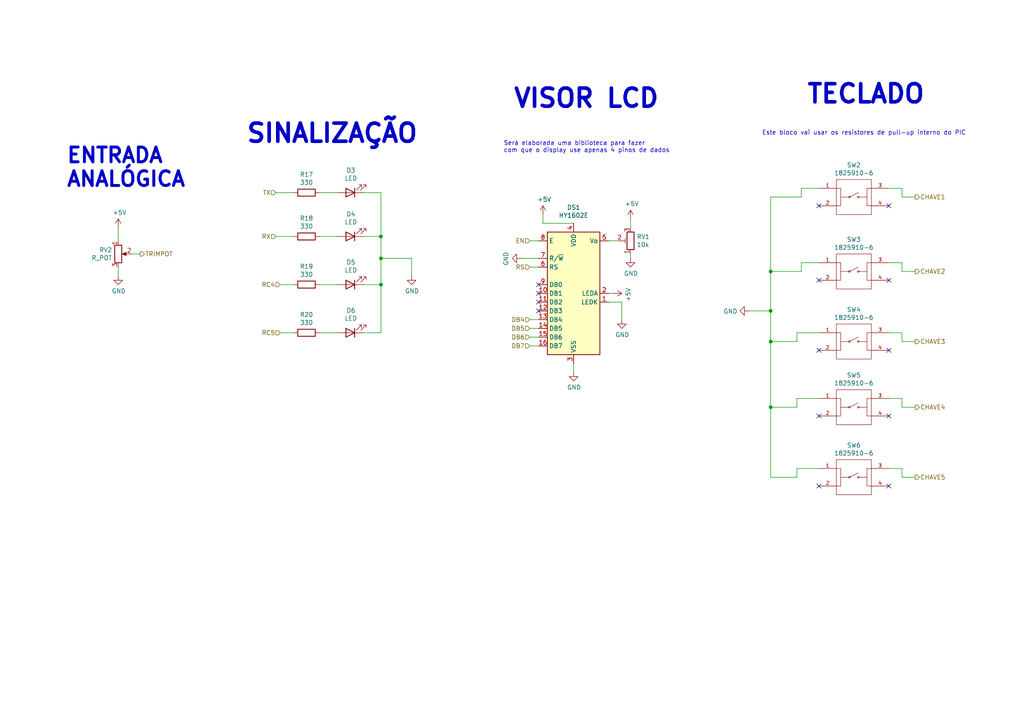
<source format=kicad_sch>
(kicad_sch (version 20230121) (generator eeschema)

  (uuid 8add83fb-fa6a-4c74-a791-30b8a06ef2ec)

  (paper "A4")

  (lib_symbols
    (symbol "Chave_1825910-6:1825910-6" (pin_names (offset 1.016) hide) (in_bom yes) (on_board yes)
      (property "Reference" "SW" (at -5.08 5.842 0)
        (effects (font (size 1.27 1.27)) (justify left bottom))
      )
      (property "Value" "1825910-6" (at -5.08 -7.62 0)
        (effects (font (size 1.27 1.27)) (justify left bottom))
      )
      (property "Footprint" "SW_1825910-6-4" (at 0 0 0)
        (effects (font (size 1.27 1.27)) (justify left bottom) hide)
      )
      (property "Datasheet" "" (at 0 0 0)
        (effects (font (size 1.27 1.27)) (justify left bottom) hide)
      )
      (property "EU_RoHS_Compliance" "Compliant" (at 0 0 0)
        (effects (font (size 1.27 1.27)) (justify left bottom) hide)
      )
      (property "Configuration_Pole-Throw" "Single Pole - Single Throw" (at 0 0 0)
        (effects (font (size 1.27 1.27)) (justify left bottom) hide)
      )
      (property "Contact_Current_Rating" "50 mA" (at 0 0 0)
        (effects (font (size 1.27 1.27)) (justify left bottom) hide)
      )
      (property "Comment" "1825910-6" (at 0 0 0)
        (effects (font (size 1.27 1.27)) (justify left bottom) hide)
      )
      (property "ki_locked" "" (at 0 0 0)
        (effects (font (size 1.27 1.27)))
      )
      (symbol "1825910-6_0_0"
        (circle (center -1.27 0) (radius 0.254)
          (stroke (width 0.127) (type solid))
          (fill (type none))
        )
        (polyline
          (pts
            (xy -5.08 -5.08)
            (xy 5.08 -5.08)
          )
          (stroke (width 0.127) (type solid))
          (fill (type none))
        )
        (polyline
          (pts
            (xy -5.08 -2.54)
            (xy -5.08 -5.08)
          )
          (stroke (width 0.127) (type solid))
          (fill (type none))
        )
        (polyline
          (pts
            (xy -5.08 2.54)
            (xy -5.08 -2.54)
          )
          (stroke (width 0.127) (type solid))
          (fill (type none))
        )
        (polyline
          (pts
            (xy -5.08 2.54)
            (xy -3.81 2.54)
          )
          (stroke (width 0.127) (type solid))
          (fill (type none))
        )
        (polyline
          (pts
            (xy -5.08 5.08)
            (xy -5.08 2.54)
          )
          (stroke (width 0.127) (type solid))
          (fill (type none))
        )
        (polyline
          (pts
            (xy -5.08 5.08)
            (xy 5.08 5.08)
          )
          (stroke (width 0.127) (type solid))
          (fill (type none))
        )
        (polyline
          (pts
            (xy -3.81 -2.54)
            (xy -5.08 -2.54)
          )
          (stroke (width 0.127) (type solid))
          (fill (type none))
        )
        (polyline
          (pts
            (xy -3.81 0)
            (xy -3.81 -2.54)
          )
          (stroke (width 0.127) (type solid))
          (fill (type none))
        )
        (polyline
          (pts
            (xy -3.81 0)
            (xy -1.27 0)
          )
          (stroke (width 0.127) (type solid))
          (fill (type none))
        )
        (polyline
          (pts
            (xy -3.81 2.54)
            (xy -3.81 0)
          )
          (stroke (width 0.127) (type solid))
          (fill (type none))
        )
        (polyline
          (pts
            (xy -1.27 0)
            (xy 1.27 1.27)
          )
          (stroke (width 0.127) (type solid))
          (fill (type none))
        )
        (polyline
          (pts
            (xy 1.27 0)
            (xy 3.81 0)
          )
          (stroke (width 0.127) (type solid))
          (fill (type none))
        )
        (polyline
          (pts
            (xy 3.81 -2.54)
            (xy 5.08 -2.54)
          )
          (stroke (width 0.127) (type solid))
          (fill (type none))
        )
        (polyline
          (pts
            (xy 3.81 0)
            (xy 3.81 -2.54)
          )
          (stroke (width 0.127) (type solid))
          (fill (type none))
        )
        (polyline
          (pts
            (xy 3.81 0)
            (xy 3.81 2.54)
          )
          (stroke (width 0.127) (type solid))
          (fill (type none))
        )
        (polyline
          (pts
            (xy 3.81 2.54)
            (xy 5.08 2.54)
          )
          (stroke (width 0.127) (type solid))
          (fill (type none))
        )
        (polyline
          (pts
            (xy 5.08 -2.54)
            (xy 5.08 -5.08)
          )
          (stroke (width 0.127) (type solid))
          (fill (type none))
        )
        (polyline
          (pts
            (xy 5.08 2.54)
            (xy 5.08 -2.54)
          )
          (stroke (width 0.127) (type solid))
          (fill (type none))
        )
        (polyline
          (pts
            (xy 5.08 5.08)
            (xy 5.08 2.54)
          )
          (stroke (width 0.127) (type solid))
          (fill (type none))
        )
        (circle (center 1.27 0) (radius 0.254)
          (stroke (width 0.127) (type solid))
          (fill (type none))
        )
        (pin passive line (at -10.16 2.54 0) (length 5.08)
          (name "~" (effects (font (size 1.016 1.016))))
          (number "1" (effects (font (size 1.016 1.016))))
        )
        (pin passive line (at -10.16 -2.54 0) (length 5.08)
          (name "~" (effects (font (size 1.016 1.016))))
          (number "2" (effects (font (size 1.016 1.016))))
        )
        (pin passive line (at 10.16 2.54 180) (length 5.08)
          (name "~" (effects (font (size 1.016 1.016))))
          (number "3" (effects (font (size 1.016 1.016))))
        )
        (pin passive line (at 10.16 -2.54 180) (length 5.08)
          (name "~" (effects (font (size 1.016 1.016))))
          (number "4" (effects (font (size 1.016 1.016))))
        )
      )
    )
    (symbol "Device:LED" (pin_numbers hide) (pin_names (offset 1.016) hide) (in_bom yes) (on_board yes)
      (property "Reference" "D" (at 0 2.54 0)
        (effects (font (size 1.27 1.27)))
      )
      (property "Value" "LED" (at 0 -2.54 0)
        (effects (font (size 1.27 1.27)))
      )
      (property "Footprint" "" (at 0 0 0)
        (effects (font (size 1.27 1.27)) hide)
      )
      (property "Datasheet" "~" (at 0 0 0)
        (effects (font (size 1.27 1.27)) hide)
      )
      (property "ki_keywords" "LED diode" (at 0 0 0)
        (effects (font (size 1.27 1.27)) hide)
      )
      (property "ki_description" "Light emitting diode" (at 0 0 0)
        (effects (font (size 1.27 1.27)) hide)
      )
      (property "ki_fp_filters" "LED* LED_SMD:* LED_THT:*" (at 0 0 0)
        (effects (font (size 1.27 1.27)) hide)
      )
      (symbol "LED_0_1"
        (polyline
          (pts
            (xy -1.27 -1.27)
            (xy -1.27 1.27)
          )
          (stroke (width 0.254) (type default))
          (fill (type none))
        )
        (polyline
          (pts
            (xy -1.27 0)
            (xy 1.27 0)
          )
          (stroke (width 0) (type default))
          (fill (type none))
        )
        (polyline
          (pts
            (xy 1.27 -1.27)
            (xy 1.27 1.27)
            (xy -1.27 0)
            (xy 1.27 -1.27)
          )
          (stroke (width 0.254) (type default))
          (fill (type none))
        )
        (polyline
          (pts
            (xy -3.048 -0.762)
            (xy -4.572 -2.286)
            (xy -3.81 -2.286)
            (xy -4.572 -2.286)
            (xy -4.572 -1.524)
          )
          (stroke (width 0) (type default))
          (fill (type none))
        )
        (polyline
          (pts
            (xy -1.778 -0.762)
            (xy -3.302 -2.286)
            (xy -2.54 -2.286)
            (xy -3.302 -2.286)
            (xy -3.302 -1.524)
          )
          (stroke (width 0) (type default))
          (fill (type none))
        )
      )
      (symbol "LED_1_1"
        (pin passive line (at -3.81 0 0) (length 2.54)
          (name "K" (effects (font (size 1.27 1.27))))
          (number "1" (effects (font (size 1.27 1.27))))
        )
        (pin passive line (at 3.81 0 180) (length 2.54)
          (name "A" (effects (font (size 1.27 1.27))))
          (number "2" (effects (font (size 1.27 1.27))))
        )
      )
    )
    (symbol "Device:R" (pin_numbers hide) (pin_names (offset 0)) (in_bom yes) (on_board yes)
      (property "Reference" "R" (at 2.032 0 90)
        (effects (font (size 1.27 1.27)))
      )
      (property "Value" "R" (at 0 0 90)
        (effects (font (size 1.27 1.27)))
      )
      (property "Footprint" "" (at -1.778 0 90)
        (effects (font (size 1.27 1.27)) hide)
      )
      (property "Datasheet" "~" (at 0 0 0)
        (effects (font (size 1.27 1.27)) hide)
      )
      (property "ki_keywords" "R res resistor" (at 0 0 0)
        (effects (font (size 1.27 1.27)) hide)
      )
      (property "ki_description" "Resistor" (at 0 0 0)
        (effects (font (size 1.27 1.27)) hide)
      )
      (property "ki_fp_filters" "R_*" (at 0 0 0)
        (effects (font (size 1.27 1.27)) hide)
      )
      (symbol "R_0_1"
        (rectangle (start -1.016 -2.54) (end 1.016 2.54)
          (stroke (width 0.254) (type default))
          (fill (type none))
        )
      )
      (symbol "R_1_1"
        (pin passive line (at 0 3.81 270) (length 1.27)
          (name "~" (effects (font (size 1.27 1.27))))
          (number "1" (effects (font (size 1.27 1.27))))
        )
        (pin passive line (at 0 -3.81 90) (length 1.27)
          (name "~" (effects (font (size 1.27 1.27))))
          (number "2" (effects (font (size 1.27 1.27))))
        )
      )
    )
    (symbol "Display_Character:HY1602E" (in_bom yes) (on_board yes)
      (property "Reference" "DS" (at -6.096 19.05 0)
        (effects (font (size 1.27 1.27)))
      )
      (property "Value" "HY1602E" (at 5.08 19.05 0)
        (effects (font (size 1.27 1.27)))
      )
      (property "Footprint" "Display:HY1602E" (at 0 -22.86 0)
        (effects (font (size 1.27 1.27) italic) hide)
      )
      (property "Datasheet" "http://www.icbank.com/data/ICBShop/board/HY1602E.pdf" (at 5.08 2.54 0)
        (effects (font (size 1.27 1.27)) hide)
      )
      (property "ki_keywords" "display LCD 7-segment" (at 0 0 0)
        (effects (font (size 1.27 1.27)) hide)
      )
      (property "ki_description" "LCD 16x2 Alphanumeric 16pin Blue/Yellow/Green Backlight, 8bit parallel, 5V VDD" (at 0 0 0)
        (effects (font (size 1.27 1.27)) hide)
      )
      (property "ki_fp_filters" "*HY1602E*" (at 0 0 0)
        (effects (font (size 1.27 1.27)) hide)
      )
      (symbol "HY1602E_0_1"
        (rectangle (start -7.62 17.78) (end 7.62 -17.78)
          (stroke (width 0.254) (type default))
          (fill (type background))
        )
      )
      (symbol "HY1602E_1_1"
        (pin passive line (at 10.16 -2.54 180) (length 2.54)
          (name "LEDK" (effects (font (size 1.27 1.27))))
          (number "1" (effects (font (size 1.27 1.27))))
        )
        (pin bidirectional line (at -10.16 0 0) (length 2.54)
          (name "DB1" (effects (font (size 1.27 1.27))))
          (number "10" (effects (font (size 1.27 1.27))))
        )
        (pin bidirectional line (at -10.16 -2.54 0) (length 2.54)
          (name "DB2" (effects (font (size 1.27 1.27))))
          (number "11" (effects (font (size 1.27 1.27))))
        )
        (pin bidirectional line (at -10.16 -5.08 0) (length 2.54)
          (name "DB3" (effects (font (size 1.27 1.27))))
          (number "12" (effects (font (size 1.27 1.27))))
        )
        (pin bidirectional line (at -10.16 -7.62 0) (length 2.54)
          (name "DB4" (effects (font (size 1.27 1.27))))
          (number "13" (effects (font (size 1.27 1.27))))
        )
        (pin bidirectional line (at -10.16 -10.16 0) (length 2.54)
          (name "DB5" (effects (font (size 1.27 1.27))))
          (number "14" (effects (font (size 1.27 1.27))))
        )
        (pin bidirectional line (at -10.16 -12.7 0) (length 2.54)
          (name "DB6" (effects (font (size 1.27 1.27))))
          (number "15" (effects (font (size 1.27 1.27))))
        )
        (pin bidirectional line (at -10.16 -15.24 0) (length 2.54)
          (name "DB7" (effects (font (size 1.27 1.27))))
          (number "16" (effects (font (size 1.27 1.27))))
        )
        (pin passive line (at 10.16 0 180) (length 2.54)
          (name "LEDA" (effects (font (size 1.27 1.27))))
          (number "2" (effects (font (size 1.27 1.27))))
        )
        (pin power_in line (at 0 -20.32 90) (length 2.54)
          (name "VSS" (effects (font (size 1.27 1.27))))
          (number "3" (effects (font (size 1.27 1.27))))
        )
        (pin power_in line (at 0 20.32 270) (length 2.54)
          (name "VDD" (effects (font (size 1.27 1.27))))
          (number "4" (effects (font (size 1.27 1.27))))
        )
        (pin input line (at 10.16 15.24 180) (length 2.54)
          (name "Vo" (effects (font (size 1.27 1.27))))
          (number "5" (effects (font (size 1.27 1.27))))
        )
        (pin input line (at -10.16 7.62 0) (length 2.54)
          (name "RS" (effects (font (size 1.27 1.27))))
          (number "6" (effects (font (size 1.27 1.27))))
        )
        (pin input line (at -10.16 10.16 0) (length 2.54)
          (name "R/~{W}" (effects (font (size 1.27 1.27))))
          (number "7" (effects (font (size 1.27 1.27))))
        )
        (pin input line (at -10.16 15.24 0) (length 2.54)
          (name "E" (effects (font (size 1.27 1.27))))
          (number "8" (effects (font (size 1.27 1.27))))
        )
        (pin bidirectional line (at -10.16 2.54 0) (length 2.54)
          (name "DB0" (effects (font (size 1.27 1.27))))
          (number "9" (effects (font (size 1.27 1.27))))
        )
      )
    )
    (symbol "PBLE01-rescue:R_POT-Device" (pin_names (offset 1.016) hide) (in_bom yes) (on_board yes)
      (property "Reference" "RV" (at -4.445 0 90)
        (effects (font (size 1.27 1.27)))
      )
      (property "Value" "Device_R_POT" (at -2.54 0 90)
        (effects (font (size 1.27 1.27)))
      )
      (property "Footprint" "" (at 0 0 0)
        (effects (font (size 1.27 1.27)) hide)
      )
      (property "Datasheet" "" (at 0 0 0)
        (effects (font (size 1.27 1.27)) hide)
      )
      (property "ki_fp_filters" "Potentiometer*" (at 0 0 0)
        (effects (font (size 1.27 1.27)) hide)
      )
      (symbol "R_POT-Device_0_1"
        (polyline
          (pts
            (xy 2.54 0)
            (xy 1.524 0)
          )
          (stroke (width 0) (type solid))
          (fill (type none))
        )
        (polyline
          (pts
            (xy 1.143 0)
            (xy 2.286 0.508)
            (xy 2.286 -0.508)
            (xy 1.143 0)
          )
          (stroke (width 0) (type solid))
          (fill (type outline))
        )
        (rectangle (start 1.016 2.54) (end -1.016 -2.54)
          (stroke (width 0.254) (type solid))
          (fill (type none))
        )
      )
      (symbol "R_POT-Device_1_1"
        (pin passive line (at 0 3.81 270) (length 1.27)
          (name "1" (effects (font (size 1.27 1.27))))
          (number "1" (effects (font (size 1.27 1.27))))
        )
        (pin passive line (at 3.81 0 180) (length 1.27)
          (name "2" (effects (font (size 1.27 1.27))))
          (number "2" (effects (font (size 1.27 1.27))))
        )
        (pin passive line (at 0 -3.81 90) (length 1.27)
          (name "3" (effects (font (size 1.27 1.27))))
          (number "3" (effects (font (size 1.27 1.27))))
        )
      )
    )
    (symbol "PBLE01-rescue:R_POT_TRIM-Device" (pin_names (offset 1.016) hide) (in_bom yes) (on_board yes)
      (property "Reference" "RV" (at -4.445 0 90)
        (effects (font (size 1.27 1.27)))
      )
      (property "Value" "Device_R_POT_TRIM" (at -2.54 0 90)
        (effects (font (size 1.27 1.27)))
      )
      (property "Footprint" "" (at 0 0 0)
        (effects (font (size 1.27 1.27)) hide)
      )
      (property "Datasheet" "" (at 0 0 0)
        (effects (font (size 1.27 1.27)) hide)
      )
      (property "ki_fp_filters" "Potentiometer*" (at 0 0 0)
        (effects (font (size 1.27 1.27)) hide)
      )
      (symbol "R_POT_TRIM-Device_0_1"
        (polyline
          (pts
            (xy 1.524 0.762)
            (xy 1.524 -0.762)
          )
          (stroke (width 0) (type solid))
          (fill (type none))
        )
        (polyline
          (pts
            (xy 2.54 0)
            (xy 1.524 0)
          )
          (stroke (width 0) (type solid))
          (fill (type none))
        )
        (rectangle (start 1.016 2.54) (end -1.016 -2.54)
          (stroke (width 0.254) (type solid))
          (fill (type none))
        )
      )
      (symbol "R_POT_TRIM-Device_1_1"
        (pin passive line (at 0 3.81 270) (length 1.27)
          (name "1" (effects (font (size 1.27 1.27))))
          (number "1" (effects (font (size 1.27 1.27))))
        )
        (pin passive line (at 3.81 0 180) (length 1.27)
          (name "2" (effects (font (size 1.27 1.27))))
          (number "2" (effects (font (size 1.27 1.27))))
        )
        (pin passive line (at 0 -3.81 90) (length 1.27)
          (name "3" (effects (font (size 1.27 1.27))))
          (number "3" (effects (font (size 1.27 1.27))))
        )
      )
    )
    (symbol "power:+5V" (power) (pin_names (offset 0)) (in_bom yes) (on_board yes)
      (property "Reference" "#PWR" (at 0 -3.81 0)
        (effects (font (size 1.27 1.27)) hide)
      )
      (property "Value" "+5V" (at 0 3.556 0)
        (effects (font (size 1.27 1.27)))
      )
      (property "Footprint" "" (at 0 0 0)
        (effects (font (size 1.27 1.27)) hide)
      )
      (property "Datasheet" "" (at 0 0 0)
        (effects (font (size 1.27 1.27)) hide)
      )
      (property "ki_keywords" "global power" (at 0 0 0)
        (effects (font (size 1.27 1.27)) hide)
      )
      (property "ki_description" "Power symbol creates a global label with name \"+5V\"" (at 0 0 0)
        (effects (font (size 1.27 1.27)) hide)
      )
      (symbol "+5V_0_1"
        (polyline
          (pts
            (xy -0.762 1.27)
            (xy 0 2.54)
          )
          (stroke (width 0) (type default))
          (fill (type none))
        )
        (polyline
          (pts
            (xy 0 0)
            (xy 0 2.54)
          )
          (stroke (width 0) (type default))
          (fill (type none))
        )
        (polyline
          (pts
            (xy 0 2.54)
            (xy 0.762 1.27)
          )
          (stroke (width 0) (type default))
          (fill (type none))
        )
      )
      (symbol "+5V_1_1"
        (pin power_in line (at 0 0 90) (length 0) hide
          (name "+5V" (effects (font (size 1.27 1.27))))
          (number "1" (effects (font (size 1.27 1.27))))
        )
      )
    )
    (symbol "power:GND" (power) (pin_names (offset 0)) (in_bom yes) (on_board yes)
      (property "Reference" "#PWR" (at 0 -6.35 0)
        (effects (font (size 1.27 1.27)) hide)
      )
      (property "Value" "GND" (at 0 -3.81 0)
        (effects (font (size 1.27 1.27)))
      )
      (property "Footprint" "" (at 0 0 0)
        (effects (font (size 1.27 1.27)) hide)
      )
      (property "Datasheet" "" (at 0 0 0)
        (effects (font (size 1.27 1.27)) hide)
      )
      (property "ki_keywords" "global power" (at 0 0 0)
        (effects (font (size 1.27 1.27)) hide)
      )
      (property "ki_description" "Power symbol creates a global label with name \"GND\" , ground" (at 0 0 0)
        (effects (font (size 1.27 1.27)) hide)
      )
      (symbol "GND_0_1"
        (polyline
          (pts
            (xy 0 0)
            (xy 0 -1.27)
            (xy 1.27 -1.27)
            (xy 0 -2.54)
            (xy -1.27 -1.27)
            (xy 0 -1.27)
          )
          (stroke (width 0) (type default))
          (fill (type none))
        )
      )
      (symbol "GND_1_1"
        (pin power_in line (at 0 0 270) (length 0) hide
          (name "GND" (effects (font (size 1.27 1.27))))
          (number "1" (effects (font (size 1.27 1.27))))
        )
      )
    )
  )

  (junction (at 110.49 74.93) (diameter 0) (color 0 0 0 0)
    (uuid 03b615a6-0d36-4be3-87d0-f912608e7a96)
  )
  (junction (at 110.49 68.58) (diameter 0) (color 0 0 0 0)
    (uuid 3912b814-b3a1-4a81-a282-079ffd7813c2)
  )
  (junction (at 110.49 82.55) (diameter 0) (color 0 0 0 0)
    (uuid a0e77051-7788-4272-8e1c-36476eff5fdc)
  )
  (junction (at 223.52 99.06) (diameter 0) (color 0 0 0 0)
    (uuid a9b43931-654d-41e4-bc55-d2a520ff17d0)
  )
  (junction (at 223.52 90.17) (diameter 0) (color 0 0 0 0)
    (uuid bb71f7ec-29fa-47d7-a42d-8b9af2836da5)
  )
  (junction (at 223.52 78.74) (diameter 0) (color 0 0 0 0)
    (uuid c3faf695-ce5e-45a2-b6a9-4f107129a207)
  )
  (junction (at 223.52 118.11) (diameter 0) (color 0 0 0 0)
    (uuid f5a4692e-9ecb-4fae-826e-af95a23aa56e)
  )

  (no_connect (at 237.49 101.6) (uuid 0d889417-cdfb-4562-abc6-6f0be544863b))
  (no_connect (at 257.81 101.6) (uuid 19845e9d-5f9f-4fb0-a449-fb4d94a4d967))
  (no_connect (at 156.21 82.55) (uuid 4d6afd58-0ac7-4e29-8ab1-9b5bc32dbffc))
  (no_connect (at 237.49 59.69) (uuid 63c33077-6503-4fa7-a599-ac82a729913a))
  (no_connect (at 237.49 81.28) (uuid 646072f8-0e15-4544-bca8-ef73d6a88822))
  (no_connect (at 237.49 120.65) (uuid 79168966-cb8e-413a-a2ba-f977ca593ec6))
  (no_connect (at 257.81 140.97) (uuid b248cc66-795a-4d64-a576-87f37e821261))
  (no_connect (at 156.21 90.17) (uuid b8de114e-ea6f-4991-803d-73b251ca97f4))
  (no_connect (at 156.21 87.63) (uuid b98f6b6a-6c4f-42bc-a214-a4769dfbb1b0))
  (no_connect (at 257.81 120.65) (uuid bc4a7c72-87df-45ca-9968-51bbdc5eecec))
  (no_connect (at 237.49 140.97) (uuid cb88f4c3-03e0-47eb-8015-5c5fb316b45d))
  (no_connect (at 257.81 59.69) (uuid cc25cb92-6fb9-4532-bdfe-8ea78cef38e1))
  (no_connect (at 257.81 81.28) (uuid d0117047-1429-4036-9ef5-17cc6242db88))
  (no_connect (at 156.21 85.09) (uuid d333f08c-16d9-4103-9557-d0c0e9be1061))

  (wire (pts (xy 110.49 68.58) (xy 110.49 55.88))
    (stroke (width 0) (type default))
    (uuid 022d4d3a-44fc-49be-9dcc-3a054e30c43e)
  )
  (wire (pts (xy 92.71 68.58) (xy 97.79 68.58))
    (stroke (width 0) (type default))
    (uuid 0714c51e-3b11-4759-a453-bd67e7f82c0e)
  )
  (wire (pts (xy 223.52 57.15) (xy 223.52 78.74))
    (stroke (width 0) (type default))
    (uuid 0dff1e13-f9c4-46c7-a394-2c6dbe437845)
  )
  (wire (pts (xy 231.14 99.06) (xy 231.14 96.52))
    (stroke (width 0) (type default))
    (uuid 1333f3b0-9e65-4121-9431-c93635f840c9)
  )
  (wire (pts (xy 257.81 76.2) (xy 261.62 76.2))
    (stroke (width 0) (type default))
    (uuid 19bb55cb-49ac-4c03-a1b7-ea1a48737770)
  )
  (wire (pts (xy 261.62 57.15) (xy 265.43 57.15))
    (stroke (width 0) (type default))
    (uuid 1b499b23-d3ec-4100-8f5b-c637cc19b388)
  )
  (wire (pts (xy 176.53 69.85) (xy 179.07 69.85))
    (stroke (width 0) (type default))
    (uuid 1dc35ad9-bd65-4303-8a2a-61804429a1c9)
  )
  (wire (pts (xy 223.52 138.43) (xy 223.52 118.11))
    (stroke (width 0) (type default))
    (uuid 22a0cc1e-9a0a-4114-98ff-ec615ab020dc)
  )
  (wire (pts (xy 153.67 97.79) (xy 156.21 97.79))
    (stroke (width 0) (type default))
    (uuid 27aaccc2-3d14-47b3-bcad-f864b054e0c0)
  )
  (wire (pts (xy 151.13 74.93) (xy 156.21 74.93))
    (stroke (width 0) (type default))
    (uuid 29b6e14f-5a54-4358-9a6b-7fe156ad4954)
  )
  (wire (pts (xy 153.67 100.33) (xy 156.21 100.33))
    (stroke (width 0) (type default))
    (uuid 30d45a70-42a2-4da0-86f7-7022988bcc7e)
  )
  (wire (pts (xy 153.67 92.71) (xy 156.21 92.71))
    (stroke (width 0) (type default))
    (uuid 3329b908-c73c-47ce-bc2e-693112b67a59)
  )
  (wire (pts (xy 223.52 138.43) (xy 231.14 138.43))
    (stroke (width 0) (type default))
    (uuid 379db79e-20bd-40a9-bb79-3e9cfb9db98f)
  )
  (wire (pts (xy 105.41 68.58) (xy 110.49 68.58))
    (stroke (width 0) (type default))
    (uuid 38e566ae-24e6-4a28-a954-7bf0af6ca3f5)
  )
  (wire (pts (xy 261.62 76.2) (xy 261.62 78.74))
    (stroke (width 0) (type default))
    (uuid 3934ae94-003a-45ee-82e1-3af334b2070a)
  )
  (wire (pts (xy 232.41 57.15) (xy 232.41 54.61))
    (stroke (width 0) (type default))
    (uuid 3b0e8a49-7cb4-4df0-9740-8399f6b7ae58)
  )
  (wire (pts (xy 34.29 69.85) (xy 34.29 66.04))
    (stroke (width 0) (type default))
    (uuid 3bf50b19-3279-48e1-b01e-848925f3ebf7)
  )
  (wire (pts (xy 38.1 73.66) (xy 40.64 73.66))
    (stroke (width 0) (type default))
    (uuid 46998073-9043-4409-9ac4-2154312fd5bd)
  )
  (wire (pts (xy 261.62 54.61) (xy 261.62 57.15))
    (stroke (width 0) (type default))
    (uuid 47f65a8b-8c4c-4000-97c9-df3955ce0f27)
  )
  (wire (pts (xy 81.28 82.55) (xy 85.09 82.55))
    (stroke (width 0) (type default))
    (uuid 48460610-393c-49cf-af96-4cf5d941d77f)
  )
  (wire (pts (xy 223.52 99.06) (xy 223.52 90.17))
    (stroke (width 0) (type default))
    (uuid 48b3bd9f-fc70-4d0a-8885-e705ac9dbb13)
  )
  (wire (pts (xy 153.67 77.47) (xy 156.21 77.47))
    (stroke (width 0) (type default))
    (uuid 4ace4211-d2ec-4f65-bf50-955430470869)
  )
  (wire (pts (xy 105.41 82.55) (xy 110.49 82.55))
    (stroke (width 0) (type default))
    (uuid 4c23d63e-af8f-4a88-88b8-65db847af1a8)
  )
  (wire (pts (xy 232.41 57.15) (xy 223.52 57.15))
    (stroke (width 0) (type default))
    (uuid 54665f0d-4736-4f9f-a2c8-7d35d0c2a290)
  )
  (wire (pts (xy 153.67 95.25) (xy 156.21 95.25))
    (stroke (width 0) (type default))
    (uuid 5983422f-b2ea-4037-a5ee-7e3e8f9fe45b)
  )
  (wire (pts (xy 157.48 62.23) (xy 157.48 64.77))
    (stroke (width 0) (type default))
    (uuid 5ac19a08-6319-4ce3-b1a5-01d317b74fb5)
  )
  (wire (pts (xy 176.53 87.63) (xy 180.34 87.63))
    (stroke (width 0) (type default))
    (uuid 5b870625-157e-43c9-a230-1881e1358876)
  )
  (wire (pts (xy 231.14 99.06) (xy 223.52 99.06))
    (stroke (width 0) (type default))
    (uuid 603094dc-5a60-44a5-9dbd-ded37fad2212)
  )
  (wire (pts (xy 257.81 115.57) (xy 261.62 115.57))
    (stroke (width 0) (type default))
    (uuid 64c7d187-4e2b-4878-ad29-49cebf70da7a)
  )
  (wire (pts (xy 223.52 118.11) (xy 223.52 99.06))
    (stroke (width 0) (type default))
    (uuid 653ba69e-5133-4c7c-8158-07afe0f33a7d)
  )
  (wire (pts (xy 231.14 118.11) (xy 231.14 115.57))
    (stroke (width 0) (type default))
    (uuid 69acfef5-e867-43ac-8dc9-de7c4facd267)
  )
  (wire (pts (xy 231.14 135.89) (xy 237.49 135.89))
    (stroke (width 0) (type default))
    (uuid 6b1277bd-0631-435f-9cf1-8b06de912f7d)
  )
  (wire (pts (xy 110.49 74.93) (xy 110.49 68.58))
    (stroke (width 0) (type default))
    (uuid 6ea96a80-7f74-4ecd-bcf6-7d4d460cebf5)
  )
  (wire (pts (xy 110.49 82.55) (xy 110.49 74.93))
    (stroke (width 0) (type default))
    (uuid 71d15f47-3cf5-41d8-93f1-5da88a7ada64)
  )
  (wire (pts (xy 257.81 135.89) (xy 261.62 135.89))
    (stroke (width 0) (type default))
    (uuid 7a3ccc7f-297c-4bbe-98bd-600ff3a65a1e)
  )
  (wire (pts (xy 223.52 90.17) (xy 223.52 78.74))
    (stroke (width 0) (type default))
    (uuid 7ec94c2f-76f6-4368-ad95-715cbf5d238b)
  )
  (wire (pts (xy 110.49 74.93) (xy 119.38 74.93))
    (stroke (width 0) (type default))
    (uuid 87f49d38-163a-4aef-9b2f-fc7d349c000b)
  )
  (wire (pts (xy 261.62 78.74) (xy 265.43 78.74))
    (stroke (width 0) (type default))
    (uuid 8f2f28f4-f28c-413d-b434-4016ee1da5f8)
  )
  (wire (pts (xy 231.14 118.11) (xy 223.52 118.11))
    (stroke (width 0) (type default))
    (uuid 9204da8e-256f-4c82-bb45-bb58f87e9301)
  )
  (wire (pts (xy 232.41 76.2) (xy 237.49 76.2))
    (stroke (width 0) (type default))
    (uuid 94a01f8a-c135-4287-bbd3-feb56aaf2d19)
  )
  (wire (pts (xy 231.14 115.57) (xy 237.49 115.57))
    (stroke (width 0) (type default))
    (uuid 98d1aa17-ffec-43e9-95f5-a64e12c3d543)
  )
  (wire (pts (xy 182.88 74.93) (xy 182.88 73.66))
    (stroke (width 0) (type default))
    (uuid 99a91907-882a-41c2-96d3-fcccf4c4a121)
  )
  (wire (pts (xy 261.62 118.11) (xy 265.43 118.11))
    (stroke (width 0) (type default))
    (uuid 9c6657fc-25ba-4a02-936a-b94c48b9e0df)
  )
  (wire (pts (xy 92.71 96.52) (xy 97.79 96.52))
    (stroke (width 0) (type default))
    (uuid 9dccb347-d540-4ac1-b0b3-c9093d46a398)
  )
  (wire (pts (xy 81.28 96.52) (xy 85.09 96.52))
    (stroke (width 0) (type default))
    (uuid a2dcd6b8-b10e-4073-8d1b-43128e7dd293)
  )
  (wire (pts (xy 217.17 90.17) (xy 223.52 90.17))
    (stroke (width 0) (type default))
    (uuid a612b708-e2a6-465d-9877-fcf85c8ca037)
  )
  (wire (pts (xy 232.41 54.61) (xy 237.49 54.61))
    (stroke (width 0) (type default))
    (uuid aa2e4df3-a59f-4a07-a947-14abccda7666)
  )
  (wire (pts (xy 223.52 78.74) (xy 232.41 78.74))
    (stroke (width 0) (type default))
    (uuid b241959b-003a-4fdb-868b-dd62b34c617c)
  )
  (wire (pts (xy 166.37 107.95) (xy 166.37 105.41))
    (stroke (width 0) (type default))
    (uuid bfe98fad-edac-48c6-9f8b-4f20f1fed0c1)
  )
  (wire (pts (xy 34.29 80.01) (xy 34.29 77.47))
    (stroke (width 0) (type default))
    (uuid c3fa5f87-8615-41d2-ae1e-de3ade1c9f7b)
  )
  (wire (pts (xy 231.14 138.43) (xy 231.14 135.89))
    (stroke (width 0) (type default))
    (uuid c50309d2-608b-49eb-a5a3-834829821ac1)
  )
  (wire (pts (xy 261.62 115.57) (xy 261.62 118.11))
    (stroke (width 0) (type default))
    (uuid c66c0a9b-242b-4b27-8647-a3f1ababcff4)
  )
  (wire (pts (xy 180.34 87.63) (xy 180.34 92.71))
    (stroke (width 0) (type default))
    (uuid c66f5d32-5800-48a8-b87e-cdebcc7a9ea3)
  )
  (wire (pts (xy 257.81 96.52) (xy 261.62 96.52))
    (stroke (width 0) (type default))
    (uuid c906569e-872e-465b-a856-21f8918e9898)
  )
  (wire (pts (xy 110.49 96.52) (xy 110.49 82.55))
    (stroke (width 0) (type default))
    (uuid c93e143a-fc63-4a5a-b463-8ab3ff332a0b)
  )
  (wire (pts (xy 182.88 66.04) (xy 182.88 63.5))
    (stroke (width 0) (type default))
    (uuid ca88d597-57d7-4dcc-a1cb-505f71202ad0)
  )
  (wire (pts (xy 153.67 69.85) (xy 156.21 69.85))
    (stroke (width 0) (type default))
    (uuid cdc2285c-6781-49a4-b8bb-3fe5d2ef1635)
  )
  (wire (pts (xy 261.62 99.06) (xy 265.43 99.06))
    (stroke (width 0) (type default))
    (uuid d0723ea8-07fc-4f65-a66c-f3f7b0b1db62)
  )
  (wire (pts (xy 261.62 96.52) (xy 261.62 99.06))
    (stroke (width 0) (type default))
    (uuid d3a91e88-ff2e-4435-b0da-ec573006ce66)
  )
  (wire (pts (xy 176.53 85.09) (xy 177.8 85.09))
    (stroke (width 0) (type default))
    (uuid d8cb1b65-52b9-4d76-826b-35c10ee12ce8)
  )
  (wire (pts (xy 80.01 68.58) (xy 85.09 68.58))
    (stroke (width 0) (type default))
    (uuid d9be69c2-13f3-4a82-9801-a23d682cc580)
  )
  (wire (pts (xy 80.01 55.88) (xy 85.09 55.88))
    (stroke (width 0) (type default))
    (uuid e16122cf-96d6-44a7-ae75-8b8ec8746c03)
  )
  (wire (pts (xy 231.14 96.52) (xy 237.49 96.52))
    (stroke (width 0) (type default))
    (uuid e50bab2d-4513-4480-95eb-6edd3373e042)
  )
  (wire (pts (xy 261.62 135.89) (xy 261.62 138.43))
    (stroke (width 0) (type default))
    (uuid e5946744-0e01-4786-b22f-02047aeefa3e)
  )
  (wire (pts (xy 105.41 96.52) (xy 110.49 96.52))
    (stroke (width 0) (type default))
    (uuid e780bb73-3f0d-4687-b021-10db61421745)
  )
  (wire (pts (xy 232.41 78.74) (xy 232.41 76.2))
    (stroke (width 0) (type default))
    (uuid e847c419-dd71-4d9b-9a77-2ed93ac7ba7e)
  )
  (wire (pts (xy 157.48 64.77) (xy 166.37 64.77))
    (stroke (width 0) (type default))
    (uuid eae4d0ce-60d1-4b13-9610-edfea5224815)
  )
  (wire (pts (xy 110.49 55.88) (xy 105.41 55.88))
    (stroke (width 0) (type default))
    (uuid f77b2629-98cc-4271-a4bb-468d7f054910)
  )
  (wire (pts (xy 257.81 54.61) (xy 261.62 54.61))
    (stroke (width 0) (type default))
    (uuid f7b7066a-a35c-4f25-9801-d7bd7cfbdea7)
  )
  (wire (pts (xy 92.71 55.88) (xy 97.79 55.88))
    (stroke (width 0) (type default))
    (uuid f81eb243-621a-4343-b86e-bd186b7de79e)
  )
  (wire (pts (xy 119.38 74.93) (xy 119.38 80.01))
    (stroke (width 0) (type default))
    (uuid f883f36a-3b52-4975-af63-a9b3a4be9db2)
  )
  (wire (pts (xy 92.71 82.55) (xy 97.79 82.55))
    (stroke (width 0) (type default))
    (uuid f96b6444-1796-4b7d-9876-ef35ce4b1a92)
  )
  (wire (pts (xy 261.62 138.43) (xy 265.43 138.43))
    (stroke (width 0) (type default))
    (uuid fd7aa230-faa2-4e94-ac67-0bb682942736)
  )

  (text "Será elaborada uma biblioteca para fazer \ncom que o display use apenas 4 pinos de dados "
    (at 146.05 44.45 0)
    (effects (font (size 1.27 1.27)) (justify left bottom))
    (uuid 1cd52534-ec83-421f-bca6-e553d911c6c4)
  )
  (text "ENTRADA\nANALÓGICA" (at 19.05 54.61 0)
    (effects (font (size 4.2672 4.2672) (thickness 0.8534) bold) (justify left bottom))
    (uuid 786eaa7b-3078-402f-99cf-a16b328e8606)
  )
  (text "VISOR LCD" (at 148.59 31.75 0)
    (effects (font (size 5.2578 5.2578) (thickness 1.0516) bold) (justify left bottom))
    (uuid 81feaacf-99a7-4714-87fd-24b1f1898e17)
  )
  (text "TECLADO" (at 233.68 30.48 0)
    (effects (font (size 5.2578 5.2578) (thickness 1.0516) bold) (justify left bottom))
    (uuid 9d0206c2-0b4a-4509-b49f-a874f2986c3e)
  )
  (text "Este bloco vai usar os resistores de pull-up interno do PIC"
    (at 220.98 39.37 0)
    (effects (font (size 1.27 1.27)) (justify left bottom))
    (uuid a927313e-85cc-4fb6-b849-35c460db25f8)
  )
  (text "SINALIZAÇÃO\n" (at 71.12 41.91 0)
    (effects (font (size 5.2578 5.2578) (thickness 1.0516) bold) (justify left bottom))
    (uuid e9b04d14-5e75-496a-b24d-d0f4d4de7b00)
  )

  (hierarchical_label "TRIMPOT" (shape output) (at 40.64 73.66 0) (fields_autoplaced)
    (effects (font (size 1.27 1.27)) (justify left))
    (uuid 007be0e4-0c29-41fb-82c1-70fc6ec64371)
  )
  (hierarchical_label "RC4" (shape input) (at 81.28 82.55 180) (fields_autoplaced)
    (effects (font (size 1.27 1.27)) (justify right))
    (uuid 20572d1e-17f9-49bb-b868-774052cd17f7)
  )
  (hierarchical_label "TX" (shape input) (at 80.01 55.88 180) (fields_autoplaced)
    (effects (font (size 1.27 1.27)) (justify right))
    (uuid 238b3385-acf1-4d27-9207-016b505a3269)
  )
  (hierarchical_label "DB5" (shape input) (at 153.67 95.25 180) (fields_autoplaced)
    (effects (font (size 1.27 1.27)) (justify right))
    (uuid 49dc65ff-e297-4f40-b036-34eb8ccd878f)
  )
  (hierarchical_label "EN" (shape input) (at 153.67 69.85 180) (fields_autoplaced)
    (effects (font (size 1.27 1.27)) (justify right))
    (uuid 50680fbc-0cf0-490b-af30-9dd2982a2ba2)
  )
  (hierarchical_label "DB6" (shape input) (at 153.67 97.79 180) (fields_autoplaced)
    (effects (font (size 1.27 1.27)) (justify right))
    (uuid 8545aed6-cefe-4ad8-ad41-2d043db415f3)
  )
  (hierarchical_label "CHAVE1" (shape output) (at 265.43 57.15 0) (fields_autoplaced)
    (effects (font (size 1.27 1.27)) (justify left))
    (uuid 92d63f69-33e6-4e2c-9116-a5d2ff259630)
  )
  (hierarchical_label "RS" (shape input) (at 153.67 77.47 180) (fields_autoplaced)
    (effects (font (size 1.27 1.27)) (justify right))
    (uuid 9936855f-c239-49a3-af0f-839f662b3f17)
  )
  (hierarchical_label "CHAVE5" (shape output) (at 265.43 138.43 0) (fields_autoplaced)
    (effects (font (size 1.27 1.27)) (justify left))
    (uuid ac668f94-60d2-4e1d-96c8-51f386fe6e0b)
  )
  (hierarchical_label "RC5" (shape input) (at 81.28 96.52 180) (fields_autoplaced)
    (effects (font (size 1.27 1.27)) (justify right))
    (uuid c22937be-9e2e-4f63-91a9-2b25a3deeaa5)
  )
  (hierarchical_label "DB4" (shape input) (at 153.67 92.71 180) (fields_autoplaced)
    (effects (font (size 1.27 1.27)) (justify right))
    (uuid c5507462-f877-4230-9035-50d43df6be47)
  )
  (hierarchical_label "DB7" (shape input) (at 153.67 100.33 180) (fields_autoplaced)
    (effects (font (size 1.27 1.27)) (justify right))
    (uuid ca7851bd-77b0-4531-bbed-3655264d01b8)
  )
  (hierarchical_label "CHAVE4" (shape output) (at 265.43 118.11 0) (fields_autoplaced)
    (effects (font (size 1.27 1.27)) (justify left))
    (uuid e93e2658-d5cf-4c31-8213-24c046e0d5d1)
  )
  (hierarchical_label "RX" (shape input) (at 80.01 68.58 180) (fields_autoplaced)
    (effects (font (size 1.27 1.27)) (justify right))
    (uuid ec77b363-37a1-4614-bfca-9dec0127853d)
  )
  (hierarchical_label "CHAVE2" (shape output) (at 265.43 78.74 0) (fields_autoplaced)
    (effects (font (size 1.27 1.27)) (justify left))
    (uuid f517bcc4-1013-4649-bffa-f6127903e637)
  )
  (hierarchical_label "CHAVE3" (shape output) (at 265.43 99.06 0) (fields_autoplaced)
    (effects (font (size 1.27 1.27)) (justify left))
    (uuid fc3d82c1-7fdc-4f8d-b610-0eb4ff731d68)
  )

  (symbol (lib_id "Display_Character:HY1602E") (at 166.37 85.09 0) (unit 1)
    (in_bom yes) (on_board yes) (dnp no)
    (uuid 00000000-0000-0000-0000-000060b08bf6)
    (property "Reference" "DS1" (at 166.37 60.1726 0)
      (effects (font (size 1.27 1.27)))
    )
    (property "Value" "HY1602E" (at 166.37 62.484 0)
      (effects (font (size 1.27 1.27)))
    )
    (property "Footprint" "Display:HY1602E" (at 166.37 107.95 0)
      (effects (font (size 1.27 1.27) italic) hide)
    )
    (property "Datasheet" "http://www.icbank.com/data/ICBShop/board/HY1602E.pdf" (at 171.45 82.55 0)
      (effects (font (size 1.27 1.27)) hide)
    )
    (pin "1" (uuid bfdd581c-8e68-444d-806d-c9103d851d94))
    (pin "10" (uuid 20ec04b8-3437-4332-b89e-443fbe3a8793))
    (pin "11" (uuid b39a9991-dc4b-4384-b76d-498e3a737320))
    (pin "12" (uuid a6e5375d-888b-4dcc-baf8-ea0cd1748328))
    (pin "13" (uuid 34802a48-8262-419c-9a50-b58c4df043ca))
    (pin "14" (uuid 08257e44-8c5e-40dd-84a9-772f31804917))
    (pin "15" (uuid cce80490-556e-425c-a1ac-6216803f1d84))
    (pin "16" (uuid 48497c73-b21b-404d-a6d5-a1e70cbbe5ba))
    (pin "2" (uuid 68885359-474d-46da-a165-2f594d4b4420))
    (pin "3" (uuid 3401dafb-451c-4da6-83ae-7e13f9fa4e93))
    (pin "4" (uuid 0341c0ac-8b8c-47ba-a63b-2f0b58c78753))
    (pin "5" (uuid ce794101-6adf-4a4a-b26a-2c2bec9df457))
    (pin "6" (uuid 01beed07-61d9-4b90-a159-15bf71041cc3))
    (pin "7" (uuid fb9b1490-3a87-442c-8347-ff483ce98912))
    (pin "8" (uuid 7c7cf732-4d9e-4f4a-8b4f-06137be231f9))
    (pin "9" (uuid cd64a53a-1aad-4d57-802d-228f48aa0948))
    (instances
      (project "PBLE01"
        (path "/8d263c01-7485-4e74-9d41-268dd1718f0e/00000000-0000-0000-0000-000060b0728e"
          (reference "DS1") (unit 1)
        )
        (path "/8d263c01-7485-4e74-9d41-268dd1718f0e"
          (reference "DS?") (unit 1)
        )
      )
    )
  )

  (symbol (lib_id "power:GND") (at 166.37 107.95 0) (unit 1)
    (in_bom yes) (on_board yes) (dnp no)
    (uuid 00000000-0000-0000-0000-000060b08bfe)
    (property "Reference" "#PWR0108" (at 166.37 114.3 0)
      (effects (font (size 1.27 1.27)) hide)
    )
    (property "Value" "GND" (at 166.497 112.3442 0)
      (effects (font (size 1.27 1.27)))
    )
    (property "Footprint" "" (at 166.37 107.95 0)
      (effects (font (size 1.27 1.27)) hide)
    )
    (property "Datasheet" "" (at 166.37 107.95 0)
      (effects (font (size 1.27 1.27)) hide)
    )
    (pin "1" (uuid d31f16de-4a7b-42a8-84ba-f8923fc4204c))
    (instances
      (project "PBLE01"
        (path "/8d263c01-7485-4e74-9d41-268dd1718f0e/00000000-0000-0000-0000-000060b0728e"
          (reference "#PWR0108") (unit 1)
        )
        (path "/8d263c01-7485-4e74-9d41-268dd1718f0e"
          (reference "#PWR?") (unit 1)
        )
      )
    )
  )

  (symbol (lib_id "power:GND") (at 151.13 74.93 270) (unit 1)
    (in_bom yes) (on_board yes) (dnp no)
    (uuid 00000000-0000-0000-0000-000060b08c0d)
    (property "Reference" "#PWR0109" (at 144.78 74.93 0)
      (effects (font (size 1.27 1.27)) hide)
    )
    (property "Value" "GND" (at 146.7358 75.057 0)
      (effects (font (size 1.27 1.27)))
    )
    (property "Footprint" "" (at 151.13 74.93 0)
      (effects (font (size 1.27 1.27)) hide)
    )
    (property "Datasheet" "" (at 151.13 74.93 0)
      (effects (font (size 1.27 1.27)) hide)
    )
    (pin "1" (uuid 7bea70dd-f178-4697-9ac4-0fddfe2a7dad))
    (instances
      (project "PBLE01"
        (path "/8d263c01-7485-4e74-9d41-268dd1718f0e/00000000-0000-0000-0000-000060b0728e"
          (reference "#PWR0109") (unit 1)
        )
        (path "/8d263c01-7485-4e74-9d41-268dd1718f0e"
          (reference "#PWR?") (unit 1)
        )
      )
    )
  )

  (symbol (lib_id "power:GND") (at 180.34 92.71 0) (unit 1)
    (in_bom yes) (on_board yes) (dnp no)
    (uuid 00000000-0000-0000-0000-000060b08c21)
    (property "Reference" "#PWR0110" (at 180.34 99.06 0)
      (effects (font (size 1.27 1.27)) hide)
    )
    (property "Value" "GND" (at 180.467 97.1042 0)
      (effects (font (size 1.27 1.27)))
    )
    (property "Footprint" "" (at 180.34 92.71 0)
      (effects (font (size 1.27 1.27)) hide)
    )
    (property "Datasheet" "" (at 180.34 92.71 0)
      (effects (font (size 1.27 1.27)) hide)
    )
    (pin "1" (uuid 10076edc-fdf7-4025-bfa6-6331089800ad))
    (instances
      (project "PBLE01"
        (path "/8d263c01-7485-4e74-9d41-268dd1718f0e/00000000-0000-0000-0000-000060b0728e"
          (reference "#PWR0110") (unit 1)
        )
        (path "/8d263c01-7485-4e74-9d41-268dd1718f0e"
          (reference "#PWR?") (unit 1)
        )
      )
    )
  )

  (symbol (lib_id "power:GND") (at 182.88 74.93 0) (unit 1)
    (in_bom yes) (on_board yes) (dnp no)
    (uuid 00000000-0000-0000-0000-000060b08c30)
    (property "Reference" "#PWR0111" (at 182.88 81.28 0)
      (effects (font (size 1.27 1.27)) hide)
    )
    (property "Value" "GND" (at 183.007 79.3242 0)
      (effects (font (size 1.27 1.27)))
    )
    (property "Footprint" "" (at 182.88 74.93 0)
      (effects (font (size 1.27 1.27)) hide)
    )
    (property "Datasheet" "" (at 182.88 74.93 0)
      (effects (font (size 1.27 1.27)) hide)
    )
    (pin "1" (uuid 89283b10-053e-478a-95f1-56957e5bc9aa))
    (instances
      (project "PBLE01"
        (path "/8d263c01-7485-4e74-9d41-268dd1718f0e/00000000-0000-0000-0000-000060b0728e"
          (reference "#PWR0111") (unit 1)
        )
        (path "/8d263c01-7485-4e74-9d41-268dd1718f0e"
          (reference "#PWR?") (unit 1)
        )
      )
    )
  )

  (symbol (lib_id "Chave_1825910-6:1825910-6") (at 247.65 57.15 0) (unit 1)
    (in_bom yes) (on_board yes) (dnp no)
    (uuid 00000000-0000-0000-0000-000060b170d4)
    (property "Reference" "SW2" (at 247.65 47.879 0)
      (effects (font (size 1.27 1.27)))
    )
    (property "Value" "1825910-6" (at 247.65 50.1904 0)
      (effects (font (size 1.27 1.27)))
    )
    (property "Footprint" "Chave Táctil:SW_1825910-6-4" (at 247.65 57.15 0)
      (effects (font (size 1.27 1.27)) (justify left bottom) hide)
    )
    (property "Datasheet" "" (at 247.65 57.15 0)
      (effects (font (size 1.27 1.27)) (justify left bottom) hide)
    )
    (property "EU_RoHS_Compliance" "Compliant" (at 247.65 57.15 0)
      (effects (font (size 1.27 1.27)) (justify left bottom) hide)
    )
    (property "Configuration_Pole-Throw" "Single Pole - Single Throw" (at 247.65 57.15 0)
      (effects (font (size 1.27 1.27)) (justify left bottom) hide)
    )
    (property "Contact_Current_Rating" "50 mA" (at 247.65 57.15 0)
      (effects (font (size 1.27 1.27)) (justify left bottom) hide)
    )
    (property "Comment" "1825910-6" (at 247.65 57.15 0)
      (effects (font (size 1.27 1.27)) (justify left bottom) hide)
    )
    (pin "1" (uuid a5443263-89fd-4299-9e70-c1277e1d282a))
    (pin "2" (uuid bd852ecf-86f8-45d8-8ae6-0a736f9397a5))
    (pin "3" (uuid 2e0e501f-c945-4390-9ca7-4f2ae59a3fc8))
    (pin "4" (uuid 524ff8aa-aae0-47fb-bbaa-41a51a3bf05c))
    (instances
      (project "PBLE01"
        (path "/8d263c01-7485-4e74-9d41-268dd1718f0e/00000000-0000-0000-0000-000060b0728e"
          (reference "SW2") (unit 1)
        )
        (path "/8d263c01-7485-4e74-9d41-268dd1718f0e"
          (reference "SW?") (unit 1)
        )
      )
    )
  )

  (symbol (lib_id "Chave_1825910-6:1825910-6") (at 247.65 78.74 0) (unit 1)
    (in_bom yes) (on_board yes) (dnp no)
    (uuid 00000000-0000-0000-0000-000060b170de)
    (property "Reference" "SW3" (at 247.65 69.469 0)
      (effects (font (size 1.27 1.27)))
    )
    (property "Value" "1825910-6" (at 247.65 71.7804 0)
      (effects (font (size 1.27 1.27)))
    )
    (property "Footprint" "Chave Táctil:SW_1825910-6-4" (at 247.65 78.74 0)
      (effects (font (size 1.27 1.27)) (justify left bottom) hide)
    )
    (property "Datasheet" "" (at 247.65 78.74 0)
      (effects (font (size 1.27 1.27)) (justify left bottom) hide)
    )
    (property "EU_RoHS_Compliance" "Compliant" (at 247.65 78.74 0)
      (effects (font (size 1.27 1.27)) (justify left bottom) hide)
    )
    (property "Configuration_Pole-Throw" "Single Pole - Single Throw" (at 247.65 78.74 0)
      (effects (font (size 1.27 1.27)) (justify left bottom) hide)
    )
    (property "Contact_Current_Rating" "50 mA" (at 247.65 78.74 0)
      (effects (font (size 1.27 1.27)) (justify left bottom) hide)
    )
    (property "Comment" "1825910-6" (at 247.65 78.74 0)
      (effects (font (size 1.27 1.27)) (justify left bottom) hide)
    )
    (pin "1" (uuid 1bd5e530-6305-4ea4-ade9-dae5d28636cf))
    (pin "2" (uuid ace7574c-2faa-4df6-8504-7ff237943e86))
    (pin "3" (uuid 4b6af02e-3cd4-47db-8252-b7809104ad2e))
    (pin "4" (uuid 5eb07a35-6de7-4d1e-bd53-b181b841c827))
    (instances
      (project "PBLE01"
        (path "/8d263c01-7485-4e74-9d41-268dd1718f0e/00000000-0000-0000-0000-000060b0728e"
          (reference "SW3") (unit 1)
        )
        (path "/8d263c01-7485-4e74-9d41-268dd1718f0e"
          (reference "SW?") (unit 1)
        )
      )
    )
  )

  (symbol (lib_id "Chave_1825910-6:1825910-6") (at 247.65 99.06 0) (unit 1)
    (in_bom yes) (on_board yes) (dnp no)
    (uuid 00000000-0000-0000-0000-000060b170e8)
    (property "Reference" "SW4" (at 247.65 89.789 0)
      (effects (font (size 1.27 1.27)))
    )
    (property "Value" "1825910-6" (at 247.65 92.1004 0)
      (effects (font (size 1.27 1.27)))
    )
    (property "Footprint" "Chave Táctil:SW_1825910-6-4" (at 247.65 99.06 0)
      (effects (font (size 1.27 1.27)) (justify left bottom) hide)
    )
    (property "Datasheet" "" (at 247.65 99.06 0)
      (effects (font (size 1.27 1.27)) (justify left bottom) hide)
    )
    (property "EU_RoHS_Compliance" "Compliant" (at 247.65 99.06 0)
      (effects (font (size 1.27 1.27)) (justify left bottom) hide)
    )
    (property "Configuration_Pole-Throw" "Single Pole - Single Throw" (at 247.65 99.06 0)
      (effects (font (size 1.27 1.27)) (justify left bottom) hide)
    )
    (property "Contact_Current_Rating" "50 mA" (at 247.65 99.06 0)
      (effects (font (size 1.27 1.27)) (justify left bottom) hide)
    )
    (property "Comment" "1825910-6" (at 247.65 99.06 0)
      (effects (font (size 1.27 1.27)) (justify left bottom) hide)
    )
    (pin "1" (uuid 714db07f-1b6f-4734-874b-76155f4a3e35))
    (pin "2" (uuid c5f60d4c-1a70-4a23-9fc3-33ed9c4669a3))
    (pin "3" (uuid 3b3eee5e-f116-4644-a6ac-2d20b07afab1))
    (pin "4" (uuid 931e9246-bfb9-43ce-8111-b6cedf353b5a))
    (instances
      (project "PBLE01"
        (path "/8d263c01-7485-4e74-9d41-268dd1718f0e/00000000-0000-0000-0000-000060b0728e"
          (reference "SW4") (unit 1)
        )
        (path "/8d263c01-7485-4e74-9d41-268dd1718f0e"
          (reference "SW?") (unit 1)
        )
      )
    )
  )

  (symbol (lib_id "Chave_1825910-6:1825910-6") (at 247.65 138.43 0) (unit 1)
    (in_bom yes) (on_board yes) (dnp no)
    (uuid 00000000-0000-0000-0000-000060b170f2)
    (property "Reference" "SW6" (at 247.65 129.159 0)
      (effects (font (size 1.27 1.27)))
    )
    (property "Value" "1825910-6" (at 247.65 131.4704 0)
      (effects (font (size 1.27 1.27)))
    )
    (property "Footprint" "Chave Táctil:SW_1825910-6-4" (at 247.65 138.43 0)
      (effects (font (size 1.27 1.27)) (justify left bottom) hide)
    )
    (property "Datasheet" "" (at 247.65 138.43 0)
      (effects (font (size 1.27 1.27)) (justify left bottom) hide)
    )
    (property "EU_RoHS_Compliance" "Compliant" (at 247.65 138.43 0)
      (effects (font (size 1.27 1.27)) (justify left bottom) hide)
    )
    (property "Configuration_Pole-Throw" "Single Pole - Single Throw" (at 247.65 138.43 0)
      (effects (font (size 1.27 1.27)) (justify left bottom) hide)
    )
    (property "Contact_Current_Rating" "50 mA" (at 247.65 138.43 0)
      (effects (font (size 1.27 1.27)) (justify left bottom) hide)
    )
    (property "Comment" "1825910-6" (at 247.65 138.43 0)
      (effects (font (size 1.27 1.27)) (justify left bottom) hide)
    )
    (pin "1" (uuid 9e7cee6d-5d48-4e0e-8fcf-1e65a130f6f5))
    (pin "2" (uuid 701f8f55-58a9-4a19-8a5f-67973ede52f7))
    (pin "3" (uuid 2b4afb3c-6f5d-42c9-b9e3-4ae2c4ca9526))
    (pin "4" (uuid c4cf9ed7-9cd5-4f51-8e2f-3f8e46c1016d))
    (instances
      (project "PBLE01"
        (path "/8d263c01-7485-4e74-9d41-268dd1718f0e/00000000-0000-0000-0000-000060b0728e"
          (reference "SW6") (unit 1)
        )
        (path "/8d263c01-7485-4e74-9d41-268dd1718f0e"
          (reference "SW?") (unit 1)
        )
      )
    )
  )

  (symbol (lib_id "Chave_1825910-6:1825910-6") (at 247.65 118.11 0) (unit 1)
    (in_bom yes) (on_board yes) (dnp no)
    (uuid 00000000-0000-0000-0000-000060b170fc)
    (property "Reference" "SW5" (at 247.65 108.839 0)
      (effects (font (size 1.27 1.27)))
    )
    (property "Value" "1825910-6" (at 247.65 111.1504 0)
      (effects (font (size 1.27 1.27)))
    )
    (property "Footprint" "Chave Táctil:SW_1825910-6-4" (at 247.65 118.11 0)
      (effects (font (size 1.27 1.27)) (justify left bottom) hide)
    )
    (property "Datasheet" "" (at 247.65 118.11 0)
      (effects (font (size 1.27 1.27)) (justify left bottom) hide)
    )
    (property "EU_RoHS_Compliance" "Compliant" (at 247.65 118.11 0)
      (effects (font (size 1.27 1.27)) (justify left bottom) hide)
    )
    (property "Configuration_Pole-Throw" "Single Pole - Single Throw" (at 247.65 118.11 0)
      (effects (font (size 1.27 1.27)) (justify left bottom) hide)
    )
    (property "Contact_Current_Rating" "50 mA" (at 247.65 118.11 0)
      (effects (font (size 1.27 1.27)) (justify left bottom) hide)
    )
    (property "Comment" "1825910-6" (at 247.65 118.11 0)
      (effects (font (size 1.27 1.27)) (justify left bottom) hide)
    )
    (pin "1" (uuid 3e001490-64bb-4515-b376-cacfb0e602d3))
    (pin "2" (uuid 21ee0a39-dd26-4cdf-af82-06b86259ced8))
    (pin "3" (uuid 5e1ef84f-a97a-4e9a-abe6-3d4ec99436a1))
    (pin "4" (uuid 9fa2d37a-b506-4517-8bb0-77e91927139a))
    (instances
      (project "PBLE01"
        (path "/8d263c01-7485-4e74-9d41-268dd1718f0e/00000000-0000-0000-0000-000060b0728e"
          (reference "SW5") (unit 1)
        )
        (path "/8d263c01-7485-4e74-9d41-268dd1718f0e"
          (reference "SW?") (unit 1)
        )
      )
    )
  )

  (symbol (lib_id "power:GND") (at 217.17 90.17 270) (unit 1)
    (in_bom yes) (on_board yes) (dnp no)
    (uuid 00000000-0000-0000-0000-000060b17111)
    (property "Reference" "#PWR0112" (at 210.82 90.17 0)
      (effects (font (size 1.27 1.27)) hide)
    )
    (property "Value" "GND" (at 213.9188 90.297 90)
      (effects (font (size 1.27 1.27)) (justify right))
    )
    (property "Footprint" "" (at 217.17 90.17 0)
      (effects (font (size 1.27 1.27)) hide)
    )
    (property "Datasheet" "" (at 217.17 90.17 0)
      (effects (font (size 1.27 1.27)) hide)
    )
    (pin "1" (uuid e01db6d5-054b-4df7-99ba-54c3195b4541))
    (instances
      (project "PBLE01"
        (path "/8d263c01-7485-4e74-9d41-268dd1718f0e/00000000-0000-0000-0000-000060b0728e"
          (reference "#PWR0112") (unit 1)
        )
        (path "/8d263c01-7485-4e74-9d41-268dd1718f0e"
          (reference "#PWR?") (unit 1)
        )
      )
    )
  )

  (symbol (lib_id "PBLE01-rescue:R_POT-Device") (at 34.29 73.66 0) (unit 1)
    (in_bom yes) (on_board yes) (dnp no)
    (uuid 00000000-0000-0000-0000-000060b2347d)
    (property "Reference" "RV2" (at 32.5374 72.4916 0)
      (effects (font (size 1.27 1.27)) (justify right))
    )
    (property "Value" "R_POT" (at 32.5374 74.803 0)
      (effects (font (size 1.27 1.27)) (justify right))
    )
    (property "Footprint" "SamacSys_Parts:P160KN0QC15B100K" (at 34.29 73.66 0)
      (effects (font (size 1.27 1.27)) hide)
    )
    (property "Datasheet" "~" (at 34.29 73.66 0)
      (effects (font (size 1.27 1.27)) hide)
    )
    (pin "1" (uuid b2e06e7d-d269-4167-b2b7-09059d9a078f))
    (pin "2" (uuid 62c38d96-0a74-4956-9647-a7199cfa6ca4))
    (pin "3" (uuid d4553d0c-5ac8-4399-b8fc-3eaf72854bf4))
    (instances
      (project "PBLE01"
        (path "/8d263c01-7485-4e74-9d41-268dd1718f0e/00000000-0000-0000-0000-000060b0728e"
          (reference "RV2") (unit 1)
        )
        (path "/8d263c01-7485-4e74-9d41-268dd1718f0e"
          (reference "RV?") (unit 1)
        )
      )
    )
  )

  (symbol (lib_id "power:GND") (at 34.29 80.01 0) (unit 1)
    (in_bom yes) (on_board yes) (dnp no)
    (uuid 00000000-0000-0000-0000-000060b23485)
    (property "Reference" "#PWR0113" (at 34.29 86.36 0)
      (effects (font (size 1.27 1.27)) hide)
    )
    (property "Value" "GND" (at 34.417 84.4042 0)
      (effects (font (size 1.27 1.27)))
    )
    (property "Footprint" "" (at 34.29 80.01 0)
      (effects (font (size 1.27 1.27)) hide)
    )
    (property "Datasheet" "" (at 34.29 80.01 0)
      (effects (font (size 1.27 1.27)) hide)
    )
    (pin "1" (uuid 1905c806-24b2-456a-bdd3-f4822592bd99))
    (instances
      (project "PBLE01"
        (path "/8d263c01-7485-4e74-9d41-268dd1718f0e/00000000-0000-0000-0000-000060b0728e"
          (reference "#PWR0113") (unit 1)
        )
        (path "/8d263c01-7485-4e74-9d41-268dd1718f0e"
          (reference "#PWR?") (unit 1)
        )
      )
    )
  )

  (symbol (lib_id "PBLE01-rescue:R_POT_TRIM-Device") (at 182.88 69.85 180) (unit 1)
    (in_bom yes) (on_board yes) (dnp no)
    (uuid 00000000-0000-0000-0000-000060b2e369)
    (property "Reference" "RV1" (at 184.658 68.6816 0)
      (effects (font (size 1.27 1.27)) (justify right))
    )
    (property "Value" "10k" (at 184.658 70.993 0)
      (effects (font (size 1.27 1.27)) (justify right))
    )
    (property "Footprint" "Potentiometer_THT:Potentiometer_Bourns_3296W_Vertical" (at 182.88 69.85 0)
      (effects (font (size 1.27 1.27)) hide)
    )
    (property "Datasheet" "~" (at 182.88 69.85 0)
      (effects (font (size 1.27 1.27)) hide)
    )
    (pin "1" (uuid 8ca45fe0-f82d-4a52-a943-22f8e516df0a))
    (pin "2" (uuid 81be069c-858c-4a90-9c2c-a98ff74dde66))
    (pin "3" (uuid 13162844-1987-4de3-bdcb-f58a0aaf5ed5))
    (instances
      (project "PBLE01"
        (path "/8d263c01-7485-4e74-9d41-268dd1718f0e/00000000-0000-0000-0000-000060b0728e"
          (reference "RV1") (unit 1)
        )
      )
    )
  )

  (symbol (lib_id "power:+5V") (at 157.48 62.23 0) (unit 1)
    (in_bom yes) (on_board yes) (dnp no)
    (uuid 00000000-0000-0000-0000-000060c16687)
    (property "Reference" "#PWR0129" (at 157.48 66.04 0)
      (effects (font (size 1.27 1.27)) hide)
    )
    (property "Value" "+5V" (at 157.861 57.8358 0)
      (effects (font (size 1.27 1.27)))
    )
    (property "Footprint" "" (at 157.48 62.23 0)
      (effects (font (size 1.27 1.27)) hide)
    )
    (property "Datasheet" "" (at 157.48 62.23 0)
      (effects (font (size 1.27 1.27)) hide)
    )
    (pin "1" (uuid 55a87c8f-6d21-45ec-80b8-71395996a991))
    (instances
      (project "PBLE01"
        (path "/8d263c01-7485-4e74-9d41-268dd1718f0e/00000000-0000-0000-0000-000060b0728e"
          (reference "#PWR0129") (unit 1)
        )
      )
    )
  )

  (symbol (lib_id "power:+5V") (at 182.88 63.5 0) (unit 1)
    (in_bom yes) (on_board yes) (dnp no)
    (uuid 00000000-0000-0000-0000-000060c181c1)
    (property "Reference" "#PWR0130" (at 182.88 67.31 0)
      (effects (font (size 1.27 1.27)) hide)
    )
    (property "Value" "+5V" (at 183.261 59.1058 0)
      (effects (font (size 1.27 1.27)))
    )
    (property "Footprint" "" (at 182.88 63.5 0)
      (effects (font (size 1.27 1.27)) hide)
    )
    (property "Datasheet" "" (at 182.88 63.5 0)
      (effects (font (size 1.27 1.27)) hide)
    )
    (pin "1" (uuid 249c1f47-5b80-41e5-8aca-9f85ca05aa67))
    (instances
      (project "PBLE01"
        (path "/8d263c01-7485-4e74-9d41-268dd1718f0e/00000000-0000-0000-0000-000060b0728e"
          (reference "#PWR0130") (unit 1)
        )
      )
    )
  )

  (symbol (lib_id "power:+5V") (at 177.8 85.09 270) (unit 1)
    (in_bom yes) (on_board yes) (dnp no)
    (uuid 00000000-0000-0000-0000-000060c1ae62)
    (property "Reference" "#PWR0131" (at 173.99 85.09 0)
      (effects (font (size 1.27 1.27)) hide)
    )
    (property "Value" "+5V" (at 182.1942 85.471 0)
      (effects (font (size 1.27 1.27)))
    )
    (property "Footprint" "" (at 177.8 85.09 0)
      (effects (font (size 1.27 1.27)) hide)
    )
    (property "Datasheet" "" (at 177.8 85.09 0)
      (effects (font (size 1.27 1.27)) hide)
    )
    (pin "1" (uuid d6fe7a2e-3493-4f6f-849f-cf0150465ec6))
    (instances
      (project "PBLE01"
        (path "/8d263c01-7485-4e74-9d41-268dd1718f0e/00000000-0000-0000-0000-000060b0728e"
          (reference "#PWR0131") (unit 1)
        )
      )
    )
  )

  (symbol (lib_id "power:+5V") (at 34.29 66.04 0) (unit 1)
    (in_bom yes) (on_board yes) (dnp no)
    (uuid 00000000-0000-0000-0000-000060c1ef5b)
    (property "Reference" "#PWR0132" (at 34.29 69.85 0)
      (effects (font (size 1.27 1.27)) hide)
    )
    (property "Value" "+5V" (at 34.671 61.6458 0)
      (effects (font (size 1.27 1.27)))
    )
    (property "Footprint" "" (at 34.29 66.04 0)
      (effects (font (size 1.27 1.27)) hide)
    )
    (property "Datasheet" "" (at 34.29 66.04 0)
      (effects (font (size 1.27 1.27)) hide)
    )
    (pin "1" (uuid 4d080a4d-eb53-4afb-bd68-2aa853f5bc17))
    (instances
      (project "PBLE01"
        (path "/8d263c01-7485-4e74-9d41-268dd1718f0e/00000000-0000-0000-0000-000060b0728e"
          (reference "#PWR0132") (unit 1)
        )
      )
    )
  )

  (symbol (lib_id "Device:R") (at 88.9 55.88 90) (unit 1)
    (in_bom yes) (on_board yes) (dnp no)
    (uuid 00000000-0000-0000-0000-000060d42f19)
    (property "Reference" "R17" (at 88.9 50.6222 90)
      (effects (font (size 1.27 1.27)))
    )
    (property "Value" "330" (at 88.9 52.9336 90)
      (effects (font (size 1.27 1.27)))
    )
    (property "Footprint" "Resistor_SMD:R_0805_2012Metric_Pad1.20x1.40mm_HandSolder" (at 88.9 57.658 90)
      (effects (font (size 1.27 1.27)) hide)
    )
    (property "Datasheet" "~" (at 88.9 55.88 0)
      (effects (font (size 1.27 1.27)) hide)
    )
    (pin "1" (uuid fceaf00c-a589-4d9a-a7f1-45e030347c2d))
    (pin "2" (uuid 2596db12-0dec-4067-99ce-1f646c892ed1))
    (instances
      (project "PBLE01"
        (path "/8d263c01-7485-4e74-9d41-268dd1718f0e/00000000-0000-0000-0000-000060b0728e"
          (reference "R17") (unit 1)
        )
      )
    )
  )

  (symbol (lib_id "Device:LED") (at 101.6 55.88 180) (unit 1)
    (in_bom yes) (on_board yes) (dnp no)
    (uuid 00000000-0000-0000-0000-000060d43538)
    (property "Reference" "D3" (at 101.7778 49.403 0)
      (effects (font (size 1.27 1.27)))
    )
    (property "Value" "LED" (at 101.7778 51.7144 0)
      (effects (font (size 1.27 1.27)))
    )
    (property "Footprint" "LED:LTST-C150GKT" (at 101.6 55.88 0)
      (effects (font (size 1.27 1.27)) hide)
    )
    (property "Datasheet" "~" (at 101.6 55.88 0)
      (effects (font (size 1.27 1.27)) hide)
    )
    (pin "1" (uuid 05979f48-cebe-4f63-a071-e47f0a447eb3))
    (pin "2" (uuid 58f349e7-824f-4141-90f9-cf2a28a0acb3))
    (instances
      (project "PBLE01"
        (path "/8d263c01-7485-4e74-9d41-268dd1718f0e/00000000-0000-0000-0000-000060b0728e"
          (reference "D3") (unit 1)
        )
      )
    )
  )

  (symbol (lib_id "Device:R") (at 88.9 68.58 90) (unit 1)
    (in_bom yes) (on_board yes) (dnp no)
    (uuid 00000000-0000-0000-0000-000060d489c2)
    (property "Reference" "R18" (at 88.9 63.3222 90)
      (effects (font (size 1.27 1.27)))
    )
    (property "Value" "330" (at 88.9 65.6336 90)
      (effects (font (size 1.27 1.27)))
    )
    (property "Footprint" "Resistor_SMD:R_0805_2012Metric_Pad1.20x1.40mm_HandSolder" (at 88.9 70.358 90)
      (effects (font (size 1.27 1.27)) hide)
    )
    (property "Datasheet" "~" (at 88.9 68.58 0)
      (effects (font (size 1.27 1.27)) hide)
    )
    (pin "1" (uuid d5f3a959-74b8-4abf-ba26-301ea0c9f88b))
    (pin "2" (uuid 060cf545-63ed-41a3-a1d6-1ca861b5587e))
    (instances
      (project "PBLE01"
        (path "/8d263c01-7485-4e74-9d41-268dd1718f0e/00000000-0000-0000-0000-000060b0728e"
          (reference "R18") (unit 1)
        )
      )
    )
  )

  (symbol (lib_id "Device:LED") (at 101.6 68.58 180) (unit 1)
    (in_bom yes) (on_board yes) (dnp no)
    (uuid 00000000-0000-0000-0000-000060d489c8)
    (property "Reference" "D4" (at 101.7778 62.103 0)
      (effects (font (size 1.27 1.27)))
    )
    (property "Value" "LED" (at 101.7778 64.4144 0)
      (effects (font (size 1.27 1.27)))
    )
    (property "Footprint" "LED:LTST-C150GKT" (at 101.6 68.58 0)
      (effects (font (size 1.27 1.27)) hide)
    )
    (property "Datasheet" "~" (at 101.6 68.58 0)
      (effects (font (size 1.27 1.27)) hide)
    )
    (pin "1" (uuid 969d32ac-26b8-4060-b876-af70738e7846))
    (pin "2" (uuid 76ed8631-ca74-4163-82d3-12af671e5da8))
    (instances
      (project "PBLE01"
        (path "/8d263c01-7485-4e74-9d41-268dd1718f0e/00000000-0000-0000-0000-000060b0728e"
          (reference "D4") (unit 1)
        )
      )
    )
  )

  (symbol (lib_id "Device:R") (at 88.9 82.55 90) (unit 1)
    (in_bom yes) (on_board yes) (dnp no)
    (uuid 00000000-0000-0000-0000-000060d4a2ea)
    (property "Reference" "R19" (at 88.9 77.2922 90)
      (effects (font (size 1.27 1.27)))
    )
    (property "Value" "330" (at 88.9 79.6036 90)
      (effects (font (size 1.27 1.27)))
    )
    (property "Footprint" "Resistor_SMD:R_0805_2012Metric_Pad1.20x1.40mm_HandSolder" (at 88.9 84.328 90)
      (effects (font (size 1.27 1.27)) hide)
    )
    (property "Datasheet" "~" (at 88.9 82.55 0)
      (effects (font (size 1.27 1.27)) hide)
    )
    (pin "1" (uuid 4eca9662-15af-4e5e-8a72-3a423b9fdb96))
    (pin "2" (uuid f4140e3b-3d37-48ed-a00e-57911527c3df))
    (instances
      (project "PBLE01"
        (path "/8d263c01-7485-4e74-9d41-268dd1718f0e/00000000-0000-0000-0000-000060b0728e"
          (reference "R19") (unit 1)
        )
      )
    )
  )

  (symbol (lib_id "Device:LED") (at 101.6 82.55 180) (unit 1)
    (in_bom yes) (on_board yes) (dnp no)
    (uuid 00000000-0000-0000-0000-000060d4a2f0)
    (property "Reference" "D5" (at 101.7778 76.073 0)
      (effects (font (size 1.27 1.27)))
    )
    (property "Value" "LED" (at 101.7778 78.3844 0)
      (effects (font (size 1.27 1.27)))
    )
    (property "Footprint" "LED:LTST-C150GKT" (at 101.6 82.55 0)
      (effects (font (size 1.27 1.27)) hide)
    )
    (property "Datasheet" "~" (at 101.6 82.55 0)
      (effects (font (size 1.27 1.27)) hide)
    )
    (pin "1" (uuid 9f126ef5-17e3-4d28-9523-3943dc806aa8))
    (pin "2" (uuid 3198be5c-ee42-4b03-b0a2-ac2d0a67e46a))
    (instances
      (project "PBLE01"
        (path "/8d263c01-7485-4e74-9d41-268dd1718f0e/00000000-0000-0000-0000-000060b0728e"
          (reference "D5") (unit 1)
        )
      )
    )
  )

  (symbol (lib_id "Device:R") (at 88.9 96.52 90) (unit 1)
    (in_bom yes) (on_board yes) (dnp no)
    (uuid 00000000-0000-0000-0000-000060d4bf10)
    (property "Reference" "R20" (at 88.9 91.2622 90)
      (effects (font (size 1.27 1.27)))
    )
    (property "Value" "330" (at 88.9 93.5736 90)
      (effects (font (size 1.27 1.27)))
    )
    (property "Footprint" "Resistor_SMD:R_0805_2012Metric_Pad1.20x1.40mm_HandSolder" (at 88.9 98.298 90)
      (effects (font (size 1.27 1.27)) hide)
    )
    (property "Datasheet" "~" (at 88.9 96.52 0)
      (effects (font (size 1.27 1.27)) hide)
    )
    (pin "1" (uuid 730431f7-0bba-420f-bb8b-1407f45d7391))
    (pin "2" (uuid 7107de11-eccd-47f0-9620-f7aa56a32efc))
    (instances
      (project "PBLE01"
        (path "/8d263c01-7485-4e74-9d41-268dd1718f0e/00000000-0000-0000-0000-000060b0728e"
          (reference "R20") (unit 1)
        )
      )
    )
  )

  (symbol (lib_id "Device:LED") (at 101.6 96.52 180) (unit 1)
    (in_bom yes) (on_board yes) (dnp no)
    (uuid 00000000-0000-0000-0000-000060d4bf16)
    (property "Reference" "D6" (at 101.7778 90.043 0)
      (effects (font (size 1.27 1.27)))
    )
    (property "Value" "LED" (at 101.7778 92.3544 0)
      (effects (font (size 1.27 1.27)))
    )
    (property "Footprint" "LED:LTST-C150GKT" (at 101.6 96.52 0)
      (effects (font (size 1.27 1.27)) hide)
    )
    (property "Datasheet" "~" (at 101.6 96.52 0)
      (effects (font (size 1.27 1.27)) hide)
    )
    (pin "1" (uuid ccbe9b6f-a524-483b-8eaa-16bf331d9142))
    (pin "2" (uuid 6d70d319-f8b8-48e9-9e0c-10343b21e968))
    (instances
      (project "PBLE01"
        (path "/8d263c01-7485-4e74-9d41-268dd1718f0e/00000000-0000-0000-0000-000060b0728e"
          (reference "D6") (unit 1)
        )
      )
    )
  )

  (symbol (lib_id "power:GND") (at 119.38 80.01 0) (unit 1)
    (in_bom yes) (on_board yes) (dnp no)
    (uuid 00000000-0000-0000-0000-000060d53cf4)
    (property "Reference" "#PWR0106" (at 119.38 86.36 0)
      (effects (font (size 1.27 1.27)) hide)
    )
    (property "Value" "GND" (at 119.507 84.4042 0)
      (effects (font (size 1.27 1.27)))
    )
    (property "Footprint" "" (at 119.38 80.01 0)
      (effects (font (size 1.27 1.27)) hide)
    )
    (property "Datasheet" "" (at 119.38 80.01 0)
      (effects (font (size 1.27 1.27)) hide)
    )
    (pin "1" (uuid dde687bb-ea93-40bf-b5a4-ec3a090d5f12))
    (instances
      (project "PBLE01"
        (path "/8d263c01-7485-4e74-9d41-268dd1718f0e/00000000-0000-0000-0000-000060b0728e"
          (reference "#PWR0106") (unit 1)
        )
      )
    )
  )
)

</source>
